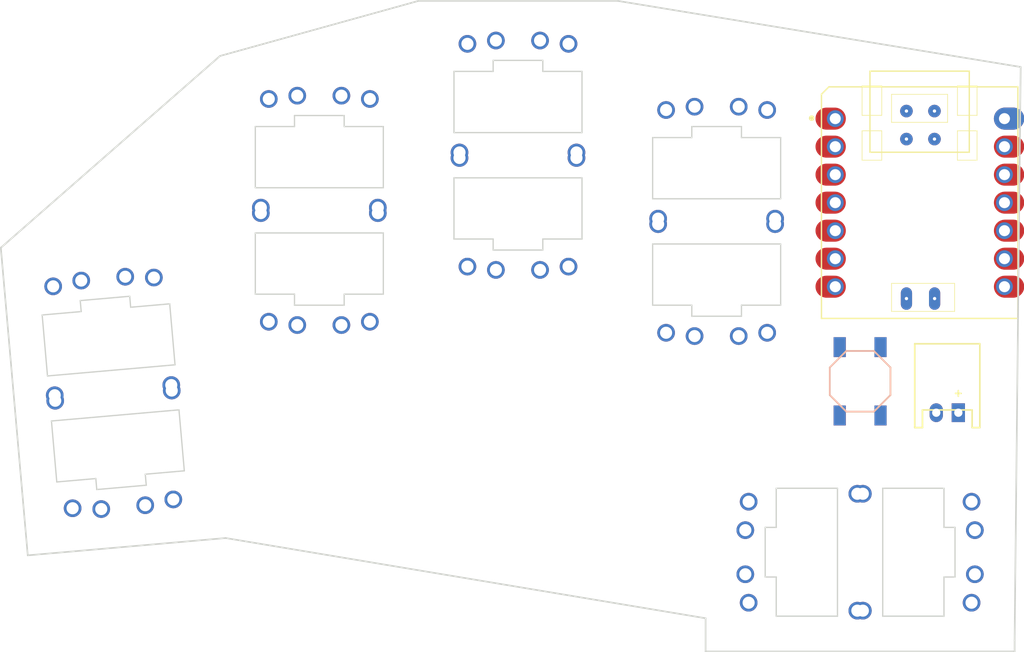
<source format=kicad_pcb>
(kicad_pcb (version 20171130) (host pcbnew 5.1.6)
  (title_block (title KEYBOARD_NAME_HERE) (rev VERSION_HERE) (company YOUR_NAME_HERE))
  (layers (0 F.Cu signal) (31 B.Cu signal) (34 B.Paste user) (35 F.Paste user) (36 B.SilkS user) (37 F.SilkS user) (38 B.Mask user) (39 F.Mask user) (44 Edge.Cuts user))
  (net 0 "")
  (net 1 "P1")
  (net 2 "GND")
  (net 3 "P2")
  (net 4 "P3")
  (net 5 "P4")
  (net 6 "P5")
  (net 7 "P6")
  (net 8 "P7")
  (net 9 "P8")
  (net 10 "P10")
  (net 11 "P9")
  (net 12 "VIN")
  (net 13 "SWDIO")
  (net 14 "SWDCLK")
  (net 15 "RST")
  (net 16 "P0")
  (net 17 "RAW3V3")
  (net 18 "RAW5V")
  (net 19 "RAW")
  (module lib:Kailh_PG1232 (layer F.Cu) (at 17.9315046 -1.5688034 5)
    (fp_text reference "S1" hide)
    (fp_text value Kailh_PG1232)
    (fp_line (start 2.25 2.6) (end 5.8 2.6) (layer Edge.Cuts) (width 0.12))
    (fp_line (start -2.25 2.6) (end -5.8 2.6) (layer Edge.Cuts) (width 0.12))
    (fp_line (start 2.25 3.6) (end 2.25 2.6) (layer Edge.Cuts) (width 0.12))
    (fp_line (start -2.25 3.6) (end 2.25 3.6) (layer Edge.Cuts) (width 0.12))
    (fp_line (start -2.25 2.6) (end -2.25 3.6) (layer Edge.Cuts) (width 0.12))
    (fp_line (start -5.8 2.6) (end -5.8 -2.95) (layer Edge.Cuts) (width 0.12))
    (fp_line (start 5.8 -2.95) (end 5.8 2.6) (layer Edge.Cuts) (width 0.12))
    (fp_line (start -5.8 -2.95) (end 5.8 -2.95) (layer Edge.Cuts) (width 0.12))
    (pad 3 thru_hole circle (at 5.3 -4.75) (size 1.6 1.6) (drill 1.1) (layers *.Cu *.Mask) (clearance 0.2))
    (pad 4 thru_hole circle (at -5.3 -4.75) (size 1.6 1.6) (drill 1.1) (layers *.Cu *.Mask) (clearance 0.2))
    (pad 1 thru_hole circle (at -4.58 5.1) (size 1.6 1.6) (drill 1.1) (layers *.Cu *.Mask) (net 1 "P1") (clearance 0.2))
    (pad 2 thru_hole circle (at 2 5.4) (size 1.6 1.6) (drill 1.1) (layers *.Cu *.Mask) (net 2 "GND") (clearance 0.2))
    (pad 1 thru_hole circle (at 4.58 5.1) (size 1.6 1.6) (drill 1.1) (layers *.Cu *.Mask) (net 1 "P1") (clearance 0.2))
    (pad 2 thru_hole circle (at -2 5.4) (size 1.6 1.6) (drill 1.1) (layers *.Cu *.Mask) (net 2 "GND") (clearance 0.2))
  )
  (module lib:Kailh_PG1232 (layer F.Cu) (at 17.0599471 -11.5307504 185)
    (fp_text reference "S2" hide)
    (fp_text value Kailh_PG1232)
    (fp_line (start 2.25 2.6) (end 5.8 2.6) (layer Edge.Cuts) (width 0.12))
    (fp_line (start -2.25 2.6) (end -5.8 2.6) (layer Edge.Cuts) (width 0.12))
    (fp_line (start 2.25 3.6) (end 2.25 2.6) (layer Edge.Cuts) (width 0.12))
    (fp_line (start -2.25 3.6) (end 2.25 3.6) (layer Edge.Cuts) (width 0.12))
    (fp_line (start -2.25 2.6) (end -2.25 3.6) (layer Edge.Cuts) (width 0.12))
    (fp_line (start -5.8 2.6) (end -5.8 -2.95) (layer Edge.Cuts) (width 0.12))
    (fp_line (start 5.8 -2.95) (end 5.8 2.6) (layer Edge.Cuts) (width 0.12))
    (fp_line (start -5.8 -2.95) (end 5.8 -2.95) (layer Edge.Cuts) (width 0.12))
    (pad 3 thru_hole circle (at 5.3 -4.75) (size 1.6 1.6) (drill 1.1) (layers *.Cu *.Mask) (clearance 0.2))
    (pad 4 thru_hole circle (at -5.3 -4.75) (size 1.6 1.6) (drill 1.1) (layers *.Cu *.Mask) (clearance 0.2))
    (pad 1 thru_hole circle (at -4.58 5.1) (size 1.6 1.6) (drill 1.1) (layers *.Cu *.Mask) (net 3 "P2") (clearance 0.2))
    (pad 2 thru_hole circle (at 2 5.4) (size 1.6 1.6) (drill 1.1) (layers *.Cu *.Mask) (net 2 "GND") (clearance 0.2))
    (pad 1 thru_hole circle (at 4.58 5.1) (size 1.6 1.6) (drill 1.1) (layers *.Cu *.Mask) (net 3 "P2") (clearance 0.2))
    (pad 2 thru_hole circle (at -2 5.4) (size 1.6 1.6) (drill 1.1) (layers *.Cu *.Mask) (net 2 "GND") (clearance 0.2))
  )
  (module lib:Kailh_PG1232 (layer F.Cu) (at 36.1701399 -18.1031537 0)
    (fp_text reference "S3" hide)
    (fp_text value Kailh_PG1232)
    (fp_line (start 2.25 2.6) (end 5.8 2.6) (layer Edge.Cuts) (width 0.12))
    (fp_line (start -2.25 2.6) (end -5.8 2.6) (layer Edge.Cuts) (width 0.12))
    (fp_line (start 2.25 3.6) (end 2.25 2.6) (layer Edge.Cuts) (width 0.12))
    (fp_line (start -2.25 3.6) (end 2.25 3.6) (layer Edge.Cuts) (width 0.12))
    (fp_line (start -2.25 2.6) (end -2.25 3.6) (layer Edge.Cuts) (width 0.12))
    (fp_line (start -5.8 2.6) (end -5.8 -2.95) (layer Edge.Cuts) (width 0.12))
    (fp_line (start 5.8 -2.95) (end 5.8 2.6) (layer Edge.Cuts) (width 0.12))
    (fp_line (start -5.8 -2.95) (end 5.8 -2.95) (layer Edge.Cuts) (width 0.12))
    (pad 3 thru_hole circle (at 5.3 -4.75) (size 1.6 1.6) (drill 1.1) (layers *.Cu *.Mask) (clearance 0.2))
    (pad 4 thru_hole circle (at -5.3 -4.75) (size 1.6 1.6) (drill 1.1) (layers *.Cu *.Mask) (clearance 0.2))
    (pad 1 thru_hole circle (at -4.58 5.1) (size 1.6 1.6) (drill 1.1) (layers *.Cu *.Mask) (net 4 "P3") (clearance 0.2))
    (pad 2 thru_hole circle (at 2 5.4) (size 1.6 1.6) (drill 1.1) (layers *.Cu *.Mask) (net 2 "GND") (clearance 0.2))
    (pad 1 thru_hole circle (at 4.58 5.1) (size 1.6 1.6) (drill 1.1) (layers *.Cu *.Mask) (net 4 "P3") (clearance 0.2))
    (pad 2 thru_hole circle (at -2 5.4) (size 1.6 1.6) (drill 1.1) (layers *.Cu *.Mask) (net 2 "GND") (clearance 0.2))
  )
  (module lib:Kailh_PG1232 (layer F.Cu) (at 36.17014 -28.1031537 180)
    (fp_text reference "S4" hide)
    (fp_text value Kailh_PG1232)
    (fp_line (start 2.25 2.6) (end 5.8 2.6) (layer Edge.Cuts) (width 0.12))
    (fp_line (start -2.25 2.6) (end -5.8 2.6) (layer Edge.Cuts) (width 0.12))
    (fp_line (start 2.25 3.6) (end 2.25 2.6) (layer Edge.Cuts) (width 0.12))
    (fp_line (start -2.25 3.6) (end 2.25 3.6) (layer Edge.Cuts) (width 0.12))
    (fp_line (start -2.25 2.6) (end -2.25 3.6) (layer Edge.Cuts) (width 0.12))
    (fp_line (start -5.8 2.6) (end -5.8 -2.95) (layer Edge.Cuts) (width 0.12))
    (fp_line (start 5.8 -2.95) (end 5.8 2.6) (layer Edge.Cuts) (width 0.12))
    (fp_line (start -5.8 -2.95) (end 5.8 -2.95) (layer Edge.Cuts) (width 0.12))
    (pad 3 thru_hole circle (at 5.3 -4.75) (size 1.6 1.6) (drill 1.1) (layers *.Cu *.Mask) (clearance 0.2))
    (pad 4 thru_hole circle (at -5.3 -4.75) (size 1.6 1.6) (drill 1.1) (layers *.Cu *.Mask) (clearance 0.2))
    (pad 1 thru_hole circle (at -4.58 5.1) (size 1.6 1.6) (drill 1.1) (layers *.Cu *.Mask) (net 5 "P4") (clearance 0.2))
    (pad 2 thru_hole circle (at 2 5.4) (size 1.6 1.6) (drill 1.1) (layers *.Cu *.Mask) (net 2 "GND") (clearance 0.2))
    (pad 1 thru_hole circle (at 4.58 5.1) (size 1.6 1.6) (drill 1.1) (layers *.Cu *.Mask) (net 5 "P4") (clearance 0.2))
    (pad 2 thru_hole circle (at -2 5.4) (size 1.6 1.6) (drill 1.1) (layers *.Cu *.Mask) (net 2 "GND") (clearance 0.2))
  )
  (module lib:Kailh_PG1232 (layer F.Cu) (at 54.17014 -23.1031538 0)
    (fp_text reference "S5" hide)
    (fp_text value Kailh_PG1232)
    (fp_line (start 2.25 2.6) (end 5.8 2.6) (layer Edge.Cuts) (width 0.12))
    (fp_line (start -2.25 2.6) (end -5.8 2.6) (layer Edge.Cuts) (width 0.12))
    (fp_line (start 2.25 3.6) (end 2.25 2.6) (layer Edge.Cuts) (width 0.12))
    (fp_line (start -2.25 3.6) (end 2.25 3.6) (layer Edge.Cuts) (width 0.12))
    (fp_line (start -2.25 2.6) (end -2.25 3.6) (layer Edge.Cuts) (width 0.12))
    (fp_line (start -5.8 2.6) (end -5.8 -2.95) (layer Edge.Cuts) (width 0.12))
    (fp_line (start 5.8 -2.95) (end 5.8 2.6) (layer Edge.Cuts) (width 0.12))
    (fp_line (start -5.8 -2.95) (end 5.8 -2.95) (layer Edge.Cuts) (width 0.12))
    (pad 3 thru_hole circle (at 5.3 -4.75) (size 1.6 1.6) (drill 1.1) (layers *.Cu *.Mask) (clearance 0.2))
    (pad 4 thru_hole circle (at -5.3 -4.75) (size 1.6 1.6) (drill 1.1) (layers *.Cu *.Mask) (clearance 0.2))
    (pad 1 thru_hole circle (at -4.58 5.1) (size 1.6 1.6) (drill 1.1) (layers *.Cu *.Mask) (net 6 "P5") (clearance 0.2))
    (pad 2 thru_hole circle (at 2 5.4) (size 1.6 1.6) (drill 1.1) (layers *.Cu *.Mask) (net 2 "GND") (clearance 0.2))
    (pad 1 thru_hole circle (at 4.58 5.1) (size 1.6 1.6) (drill 1.1) (layers *.Cu *.Mask) (net 6 "P5") (clearance 0.2))
    (pad 2 thru_hole circle (at -2 5.4) (size 1.6 1.6) (drill 1.1) (layers *.Cu *.Mask) (net 2 "GND") (clearance 0.2))
  )
  (module lib:Kailh_PG1232 (layer F.Cu) (at 54.17014 -33.1031537 180)
    (fp_text reference "S6" hide)
    (fp_text value Kailh_PG1232)
    (fp_line (start 2.25 2.6) (end 5.8 2.6) (layer Edge.Cuts) (width 0.12))
    (fp_line (start -2.25 2.6) (end -5.8 2.6) (layer Edge.Cuts) (width 0.12))
    (fp_line (start 2.25 3.6) (end 2.25 2.6) (layer Edge.Cuts) (width 0.12))
    (fp_line (start -2.25 3.6) (end 2.25 3.6) (layer Edge.Cuts) (width 0.12))
    (fp_line (start -2.25 2.6) (end -2.25 3.6) (layer Edge.Cuts) (width 0.12))
    (fp_line (start -5.8 2.6) (end -5.8 -2.95) (layer Edge.Cuts) (width 0.12))
    (fp_line (start 5.8 -2.95) (end 5.8 2.6) (layer Edge.Cuts) (width 0.12))
    (fp_line (start -5.8 -2.95) (end 5.8 -2.95) (layer Edge.Cuts) (width 0.12))
    (pad 3 thru_hole circle (at 5.3 -4.75) (size 1.6 1.6) (drill 1.1) (layers *.Cu *.Mask) (clearance 0.2))
    (pad 4 thru_hole circle (at -5.3 -4.75) (size 1.6 1.6) (drill 1.1) (layers *.Cu *.Mask) (clearance 0.2))
    (pad 1 thru_hole circle (at -4.58 5.1) (size 1.6 1.6) (drill 1.1) (layers *.Cu *.Mask) (net 7 "P6") (clearance 0.2))
    (pad 2 thru_hole circle (at 2 5.4) (size 1.6 1.6) (drill 1.1) (layers *.Cu *.Mask) (net 2 "GND") (clearance 0.2))
    (pad 1 thru_hole circle (at 4.58 5.1) (size 1.6 1.6) (drill 1.1) (layers *.Cu *.Mask) (net 7 "P6") (clearance 0.2))
    (pad 2 thru_hole circle (at -2 5.4) (size 1.6 1.6) (drill 1.1) (layers *.Cu *.Mask) (net 2 "GND") (clearance 0.2))
  )
  (module lib:Kailh_PG1232 (layer F.Cu) (at 72.17014 -17.1031537 0)
    (fp_text reference "S7" hide)
    (fp_text value Kailh_PG1232)
    (fp_line (start 2.25 2.6) (end 5.8 2.6) (layer Edge.Cuts) (width 0.12))
    (fp_line (start -2.25 2.6) (end -5.8 2.6) (layer Edge.Cuts) (width 0.12))
    (fp_line (start 2.25 3.6) (end 2.25 2.6) (layer Edge.Cuts) (width 0.12))
    (fp_line (start -2.25 3.6) (end 2.25 3.6) (layer Edge.Cuts) (width 0.12))
    (fp_line (start -2.25 2.6) (end -2.25 3.6) (layer Edge.Cuts) (width 0.12))
    (fp_line (start -5.8 2.6) (end -5.8 -2.95) (layer Edge.Cuts) (width 0.12))
    (fp_line (start 5.8 -2.95) (end 5.8 2.6) (layer Edge.Cuts) (width 0.12))
    (fp_line (start -5.8 -2.95) (end 5.8 -2.95) (layer Edge.Cuts) (width 0.12))
    (pad 3 thru_hole circle (at 5.3 -4.75) (size 1.6 1.6) (drill 1.1) (layers *.Cu *.Mask) (clearance 0.2))
    (pad 4 thru_hole circle (at -5.3 -4.75) (size 1.6 1.6) (drill 1.1) (layers *.Cu *.Mask) (clearance 0.2))
    (pad 1 thru_hole circle (at -4.58 5.1) (size 1.6 1.6) (drill 1.1) (layers *.Cu *.Mask) (net 8 "P7") (clearance 0.2))
    (pad 2 thru_hole circle (at 2 5.4) (size 1.6 1.6) (drill 1.1) (layers *.Cu *.Mask) (net 2 "GND") (clearance 0.2))
    (pad 1 thru_hole circle (at 4.58 5.1) (size 1.6 1.6) (drill 1.1) (layers *.Cu *.Mask) (net 8 "P7") (clearance 0.2))
    (pad 2 thru_hole circle (at -2 5.4) (size 1.6 1.6) (drill 1.1) (layers *.Cu *.Mask) (net 2 "GND") (clearance 0.2))
  )
  (module lib:Kailh_PG1232 (layer F.Cu) (at 72.17014 -27.1031537 180)
    (fp_text reference "S8" hide)
    (fp_text value Kailh_PG1232)
    (fp_line (start 2.25 2.6) (end 5.8 2.6) (layer Edge.Cuts) (width 0.12))
    (fp_line (start -2.25 2.6) (end -5.8 2.6) (layer Edge.Cuts) (width 0.12))
    (fp_line (start 2.25 3.6) (end 2.25 2.6) (layer Edge.Cuts) (width 0.12))
    (fp_line (start -2.25 3.6) (end 2.25 3.6) (layer Edge.Cuts) (width 0.12))
    (fp_line (start -2.25 2.6) (end -2.25 3.6) (layer Edge.Cuts) (width 0.12))
    (fp_line (start -5.8 2.6) (end -5.8 -2.95) (layer Edge.Cuts) (width 0.12))
    (fp_line (start 5.8 -2.95) (end 5.8 2.6) (layer Edge.Cuts) (width 0.12))
    (fp_line (start -5.8 -2.95) (end 5.8 -2.95) (layer Edge.Cuts) (width 0.12))
    (pad 3 thru_hole circle (at 5.3 -4.75) (size 1.6 1.6) (drill 1.1) (layers *.Cu *.Mask) (clearance 0.2))
    (pad 4 thru_hole circle (at -5.3 -4.75) (size 1.6 1.6) (drill 1.1) (layers *.Cu *.Mask) (clearance 0.2))
    (pad 1 thru_hole circle (at -4.58 5.1) (size 1.6 1.6) (drill 1.1) (layers *.Cu *.Mask) (net 9 "P8") (clearance 0.2))
    (pad 2 thru_hole circle (at 2 5.4) (size 1.6 1.6) (drill 1.1) (layers *.Cu *.Mask) (net 2 "GND") (clearance 0.2))
    (pad 1 thru_hole circle (at 4.58 5.1) (size 1.6 1.6) (drill 1.1) (layers *.Cu *.Mask) (net 9 "P8") (clearance 0.2))
    (pad 2 thru_hole circle (at -2 5.4) (size 1.6 1.6) (drill 1.1) (layers *.Cu *.Mask) (net 2 "GND") (clearance 0.2))
  )
  (module lib:Kailh_PG1232 (layer F.Cu) (at 80.17014 7.8968463 -90)
    (fp_text reference "S9" hide)
    (fp_text value Kailh_PG1232)
    (fp_line (start 2.25 2.6) (end 5.8 2.6) (layer Edge.Cuts) (width 0.12))
    (fp_line (start -2.25 2.6) (end -5.8 2.6) (layer Edge.Cuts) (width 0.12))
    (fp_line (start 2.25 3.6) (end 2.25 2.6) (layer Edge.Cuts) (width 0.12))
    (fp_line (start -2.25 3.6) (end 2.25 3.6) (layer Edge.Cuts) (width 0.12))
    (fp_line (start -2.25 2.6) (end -2.25 3.6) (layer Edge.Cuts) (width 0.12))
    (fp_line (start -5.8 2.6) (end -5.8 -2.95) (layer Edge.Cuts) (width 0.12))
    (fp_line (start 5.8 -2.95) (end 5.8 2.6) (layer Edge.Cuts) (width 0.12))
    (fp_line (start -5.8 -2.95) (end 5.8 -2.95) (layer Edge.Cuts) (width 0.12))
    (pad 3 thru_hole circle (at 5.3 -4.75) (size 1.6 1.6) (drill 1.1) (layers *.Cu *.Mask) (clearance 0.2))
    (pad 4 thru_hole circle (at -5.3 -4.75) (size 1.6 1.6) (drill 1.1) (layers *.Cu *.Mask) (clearance 0.2))
    (pad 1 thru_hole circle (at -4.58 5.1) (size 1.6 1.6) (drill 1.1) (layers *.Cu *.Mask) (net 10 "P10") (clearance 0.2))
    (pad 2 thru_hole circle (at 2 5.4) (size 1.6 1.6) (drill 1.1) (layers *.Cu *.Mask) (net 2 "GND") (clearance 0.2))
    (pad 1 thru_hole circle (at 4.58 5.1) (size 1.6 1.6) (drill 1.1) (layers *.Cu *.Mask) (net 10 "P10") (clearance 0.2))
    (pad 2 thru_hole circle (at -2 5.4) (size 1.6 1.6) (drill 1.1) (layers *.Cu *.Mask) (net 2 "GND") (clearance 0.2))
  )
  (module lib:Kailh_PG1232 (layer F.Cu) (at 90.17014 7.8968463 90)
    (fp_text reference "S10" hide)
    (fp_text value Kailh_PG1232)
    (fp_line (start 2.25 2.6) (end 5.8 2.6) (layer Edge.Cuts) (width 0.12))
    (fp_line (start -2.25 2.6) (end -5.8 2.6) (layer Edge.Cuts) (width 0.12))
    (fp_line (start 2.25 3.6) (end 2.25 2.6) (layer Edge.Cuts) (width 0.12))
    (fp_line (start -2.25 3.6) (end 2.25 3.6) (layer Edge.Cuts) (width 0.12))
    (fp_line (start -2.25 2.6) (end -2.25 3.6) (layer Edge.Cuts) (width 0.12))
    (fp_line (start -5.8 2.6) (end -5.8 -2.95) (layer Edge.Cuts) (width 0.12))
    (fp_line (start 5.8 -2.95) (end 5.8 2.6) (layer Edge.Cuts) (width 0.12))
    (fp_line (start -5.8 -2.95) (end 5.8 -2.95) (layer Edge.Cuts) (width 0.12))
    (pad 3 thru_hole circle (at 5.3 -4.75) (size 1.6 1.6) (drill 1.1) (layers *.Cu *.Mask) (clearance 0.2))
    (pad 4 thru_hole circle (at -5.3 -4.75) (size 1.6 1.6) (drill 1.1) (layers *.Cu *.Mask) (clearance 0.2))
    (pad 1 thru_hole circle (at -4.58 5.1) (size 1.6 1.6) (drill 1.1) (layers *.Cu *.Mask) (net 11 "P9") (clearance 0.2))
    (pad 2 thru_hole circle (at 2 5.4) (size 1.6 1.6) (drill 1.1) (layers *.Cu *.Mask) (net 2 "GND") (clearance 0.2))
    (pad 1 thru_hole circle (at 4.58 5.1) (size 1.6 1.6) (drill 1.1) (layers *.Cu *.Mask) (net 11 "P9") (clearance 0.2))
    (pad 2 thru_hole circle (at -2 5.4) (size 1.6 1.6) (drill 1.1) (layers *.Cu *.Mask) (net 2 "GND") (clearance 0.2))
  )
  (footprint "Seeeduino XIAO-MOUDLE14P-2.54-21X17.8MM tht maybe" (layer "F.Cu") (at 81.67014 -13.3031537 0)
    (pad "1" smd oval (at 0.83312 -18.11782 0) (size 2.74828 1.99898) (layers "F.Cu" "F.Paste" "F.Mask") (net 16 "P0"))
    (pad "1" thru_hole circle (at 1.25 -18.11782) (size 1.524 1.524) (drill 1) (layers *.Cu *.Mask) (net 16 "P0"))
    (pad "2" thru_hole circle (at 1.25 -15.57782) (size 1.524 1.524) (drill 1) (layers *.Cu *.Mask) (net 1 "P1"))
    (pad "2" smd oval (at 0.83312 -15.57782 0) (size 2.74828 1.99898) (layers "F.Cu" "F.Paste" "F.Mask") (net 1 "P1"))
    (pad "3" smd oval (at 0.83312 -13.03782 0) (size 2.74828 1.99898) (layers "F.Cu" "F.Paste" "F.Mask") (net 3 "P2"))
    (pad "3" thru_hole circle (at 1.25 -13.03782) (size 1.524 1.524) (drill 1) (layers *.Cu *.Mask) (net 3 "P2"))
    (pad "4" smd oval (at 0.83312 -10.49782 0) (size 2.74828 1.99898) (layers "F.Cu" "F.Paste" "F.Mask") (net 4 "P3"))
    (pad "4" thru_hole circle (at 1.25 -10.49782) (size 1.524 1.524) (drill 1) (layers *.Cu *.Mask) (net 4 "P3"))
    (pad "5" thru_hole circle (at 1.25 -7.95782) (size 1.524 1.524) (drill 1) (layers *.Cu *.Mask) (net 5 "P4"))
    (pad "5" smd oval (at 0.83312 -7.95782 0) (size 2.74828 1.99898) (layers "F.Cu" "F.Paste" "F.Mask") (net 5 "P4"))
    (pad "6" smd oval (at 0.83312 -5.41782 0) (size 2.74828 1.99898) (layers "F.Cu" "F.Paste" "F.Mask") (net 6 "P5"))
    (pad "6" thru_hole circle (at 1.25 -5.41782) (size 1.524 1.524) (drill 1) (layers *.Cu *.Mask) (net 6 "P5"))
    (pad "7" thru_hole circle (at 1.25 -2.87782) (size 1.524 1.524) (drill 1) (layers *.Cu *.Mask) (net 7 "P6"))
    (pad "7" smd oval (at 0.83312 -2.87782 0) (size 2.74828 1.99898) (layers "F.Cu" "F.Paste" "F.Mask") (net 7 "P6"))
    (pad "8" thru_hole circle (at 16.581 -2.87782) (size 1.524 1.524) (drill 1) (layers *.Cu *.Mask) (net 8 "P7"))
    (pad "8" smd oval (at 16.99768 -2.87782 0) (size 2.74828 1.99898) (layers "F.Cu" "F.Paste" "F.Mask") (net 8 "P7"))
    (pad "9" smd oval (at 16.99768 -5.41782 0) (size 2.74828 1.99898) (layers "F.Cu" "F.Paste" "F.Mask") (net 9 "P8"))
    (pad "9" thru_hole circle (at 16.581 -5.41782) (size 1.524 1.524) (drill 1) (layers *.Cu *.Mask) (net 9 "P8"))
    (pad "10" smd oval (at 16.99768 -7.95782 0) (size 2.74828 1.99898) (layers "F.Cu" "F.Paste" "F.Mask") (net 11 "P9"))
    (pad "10" thru_hole circle (at 16.581 -7.95782) (size 1.524 1.524) (drill 1) (layers *.Cu *.Mask) (net 11 "P9"))
    (pad "11" thru_hole circle (at 16.581 -10.49782) (size 1.524 1.524) (drill 1) (layers *.Cu *.Mask) (net 10 "P10"))
    (pad "11" smd oval (at 16.99768 -10.49782 0) (size 2.74828 1.99898) (layers "F.Cu" "F.Paste" "F.Mask") (net 10 "P10"))
    (pad "12" smd oval (at 16.99768 -13.03782 0) (size 2.74828 1.99898) (layers "F.Cu" "F.Paste" "F.Mask") (net 17 "RAW3V3"))
    (pad "12" thru_hole circle (at 16.581 -13.03782) (size 1.524 1.524) (drill 1) (layers *.Cu *.Mask) (net 17 "RAW3V3"))
    (pad "13" smd oval (at 16.99768 -15.57782 0) (size 2.74828 1.99898) (layers "F.Cu" "F.Paste" "F.Mask") (net 2 "GND"))
    (pad "13" thru_hole circle (at 16.581 -15.57782) (size 1.524 1.524) (drill 1) (layers *.Cu *.Mask) (net 2 "GND"))
    (pad "14" thru_hole circle (at 16.581 -18.11782) (size 1.524 1.524) (drill 1) (layers *.Cu *.Mask) (net 18 "RAW5V"))
    (pad "14" thru_hole oval (at 16.99768 -18.11782 0) (size 2.74828 1.99898) (layers "F.Cu" "F.Paste" "F.Mask") (net 18 "RAW5V"))
    (pad "15" thru_hole oval (at 7.7 -1.8 90) (size 2.032 1.016) (drill 0.3) (layers *.Cu *.Paste *.Mask) (net 12 "VIN"))
    (pad "16" thru_hole oval (at 10.25 -1.8 90) (size 2.032 1.016) (drill 0.3) (layers *.Cu *.Paste *.Mask) (net 2 "GND"))
    (pad "17" thru_hole circle (at 7.698803 -18.804187) (size 1.143 1.143) (drill 0.3) (layers *.Cu *.Paste *.Mask) (net 13 "SWDIO"))
    (pad "18" thru_hole circle (at 10.238803 -18.804187) (size 1.143 1.143) (drill 0.3) (layers *.Cu *.Paste *.Mask) (net 14 "SWDCLK"))
    (pad "19" thru_hole circle (at 7.698803 -16.264187) (size 1.143 1.143) (drill 0.3) (layers *.Cu *.Paste *.Mask) (net 15 "RST"))
    (pad "20" thru_hole circle (at 10.238803 -16.264187) (size 1.143 1.143) (drill 0.3) (layers *.Cu *.Paste *.Mask) (net 2 "GND"))
    (fp_line (start 13.39342 -22.42312) (end 13.39342 -15.06982) (layer "F.SilkS") (width 0.127))
    (fp_line (start 5.461 -18.415) (end 5.461 -21.082) (layer "F.SilkS") (width 0.06604))
    (fp_line (start 4.3942 -15.06982) (end 4.3942 -22.42312) (layer "F.SilkS") (width 0.127))
    (fp_line (start 11.43 -17.78) (end 11.43 -20.32) (layer "F.SilkS") (width 0.06604))
    (fp_line (start 14.097 -18.415) (end 14.097 -21.082) (layer "F.SilkS") (width 0.06604))
    (fp_line (start 3.683 -18.415) (end 3.683 -21.082) (layer "F.SilkS") (width 0.06604))
    (fp_line (start 12.319 -14.34846) (end 12.319 -17.018) (layer "F.SilkS") (width 0.06604))
    (fp_line (start 3.683 -21.082) (end 5.461 -21.082) (layer "F.SilkS") (width 0.06604))
    (fp_line (start 6.35 -3.175) (end 12.065 -3.175) (layer "F.SilkS") (width 0.06604))
    (fp_line (start 12.319 -14.34846) (end 14.097 -14.34846) (layer "F.SilkS") (width 0.06604))
    (fp_line (start 12.319 -18.415) (end 14.097 -18.415) (layer "F.SilkS") (width 0.06604))
    (fp_line (start 12.319 -18.415) (end 12.319 -21.082) (layer "F.SilkS") (width 0.06604))
    (fp_line (start 3.683 -17.018) (end 5.461 -17.018) (layer "F.SilkS") (width 0.06604))
    (fp_line (start 14.097 -14.34846) (end 14.097 -17.018) (layer "F.SilkS") (width 0.06604))
    (fp_line (start 13.39342 -15.06982) (end 4.3942 -15.06982) (layer "F.SilkS") (width 0.127))
    (fp_line (start 5.461 -14.34846) (end 5.461 -17.018) (layer "F.SilkS") (width 0.06604))
    (fp_line (start 6.35 -20.32) (end 11.43 -20.32) (layer "F.SilkS") (width 0.06604))
    (fp_line (start 6.35 -17.78) (end 6.35 -20.32) (layer "F.SilkS") (width 0.06604))
    (fp_line (start 6.35 -0.635) (end 6.35 -3.175) (layer "F.SilkS") (width 0.06604))
    (fp_line (start 0 0) (end 17.79778 0) (layer "F.SilkS") (width 0.127))
    (fp_line (start 12.319 -21.082) (end 14.097 -21.082) (layer "F.SilkS") (width 0.06604))
    (fp_line (start 3.683 -18.415) (end 5.461 -18.415) (layer "F.SilkS") (width 0.06604))
    (fp_line (start 3.683 -14.34846) (end 5.461 -14.34846) (layer "F.SilkS") (width 0.06604))
    (fp_line (start 12.065 -0.635) (end 12.065 -3.175) (layer "F.SilkS") (width 0.06604))
    (fp_line (start 6.35 -17.78) (end 11.43 -17.78) (layer "F.SilkS") (width 0.06604))
    (fp_line (start 17.79778 0) (end 17.79778 -20.99818) (layer "F.SilkS") (width 0.127))
    (fp_line (start 0 -20.32762) (end 0 0) (layer "F.SilkS") (width 0.127))
    (fp_line (start 3.683 -14.34846) (end 3.683 -17.018) (layer "F.SilkS") (width 0.06604))
    (fp_line (start 0.67056 -20.99818) (end 0 -20.32762) (layer "F.SilkS") (width 0.127))
    (fp_line (start 6.35 -0.635) (end 12.065 -0.635) (layer "F.SilkS") (width 0.06604))
    (fp_line (start 17.79778 -20.99818) (end 0.67056 -20.99818) (layer "F.SilkS") (width 0.127))
    (fp_line (start 4.39928 -22.42312) (end 13.39342 -22.42312) (layer "F.SilkS") (width 0.127))
    (fp_line (start 12.319 -17.018) (end 14.097 -17.018) (layer "F.SilkS") (width 0.06604))
    (fp_circle (center -0.889 -18.161) (end -0.889 -18.415) (layer "F.SilkS") (width 0) (fill solid))
  )
  (module JST_PH_S2B-PH-K_02x2.00mm_Angled (layer F.Cu) (at 93.07014000000001 -4.7531537 180)
    (fp_text reference "JST1" hide)
    (fp_text value "" hide)
    (fp_line (start -2.25 0.25) (end -2.25 -1.35) (layer F.SilkS) (width 0.15))
    (fp_line (start -2.25 -1.35) (end -2.95 -1.35) (layer F.SilkS) (width 0.15))
    (fp_line (start -2.95 -1.35) (end -2.95 6.25) (layer F.SilkS) (width 0.15))
    (fp_line (start -2.95 6.25) (end 2.95 6.25) (layer F.SilkS) (width 0.15))
    (fp_line (start 2.95 6.25) (end 2.95 -1.35) (layer F.SilkS) (width 0.15))
    (fp_line (start 2.95 -1.35) (end 2.25 -1.35) (layer F.SilkS) (width 0.15))
    (fp_line (start 2.25 -1.35) (end 2.25 0.25) (layer F.SilkS) (width 0.15))
    (fp_line (start 2.25 0.25) (end -2.25 0.25) (layer F.SilkS) (width 0.15))
    (fp_line (start -1 1.5) (end -1 2.0) (layer F.SilkS) (width 0.15))
    (fp_line (start -1.25 1.75) (end -0.75 1.75) (layer F.SilkS) (width 0.15))
    (pad 1 thru_hole rect (at -1 0 180) (size 1.2 1.7) (drill 0.75) (layers *.Cu *.Mask) (net 19 "RAW"))
    (pad 2 thru_hole oval (at 1 0 180) (size 1.2 1.7) (drill 0.75) (layers *.Cu *.Mask) (net 2 "GND"))
  )
  (module E73:SW_TACT_ALPS_SKQGABE010 (layer F.Cu) (at 85.17014 -7.6031537 90)
    (fp_text reference "B1" hide)
    (fp_text value "" hide)
    (fp_line (start 2.75 1.25) (end 1.25 2.75) (layer F.SilkS) (width 0.15))
    (fp_line (start 2.75 -1.25) (end 1.25 -2.75) (layer F.SilkS) (width 0.15))
    (fp_line (start 2.75 -1.25) (end 2.75 1.25) (layer F.SilkS) (width 0.15))
    (fp_line (start -1.25 2.75) (end 1.25 2.75) (layer F.SilkS) (width 0.15))
    (fp_line (start -1.25 -2.75) (end 1.25 -2.75) (layer F.SilkS) (width 0.15))
    (fp_line (start -2.75 1.25) (end -1.25 2.75) (layer F.SilkS) (width 0.15))
    (fp_line (start -2.75 -1.25) (end -1.25 -2.75) (layer F.SilkS) (width 0.15))
    (fp_line (start -2.75 -1.25) (end -2.75 1.25) (layer F.SilkS) (width 0.15))
    (pad 1 smd rect (at -3.1 -1.85 90) (size 1.8 1.1) (layers F.Cu F.Paste F.Mask) (net 15 "RST"))
    (pad 1 smd rect (at 3.1 -1.85 90) (size 1.8 1.1) (layers F.Cu F.Paste F.Mask) (net 15 "RST"))
    (pad 2 smd rect (at -3.1 1.85 90) (size 1.8 1.1) (layers F.Cu F.Paste F.Mask) (net 2 "GND"))
    (pad 2 smd rect (at 3.1 1.85 90) (size 1.8 1.1) (layers F.Cu F.Paste F.Mask) (net 2 "GND"))
  )
  (module E73:SW_TACT_ALPS_SKQGABE010 (layer F.Cu) (at 85.17014 -7.6031537 90)
    (fp_text reference "B2" hide)
    (fp_text value "" hide)
    (fp_line (start 2.75 1.25) (end 1.25 2.75) (layer B.SilkS) (width 0.15))
    (fp_line (start 2.75 -1.25) (end 1.25 -2.75) (layer B.SilkS) (width 0.15))
    (fp_line (start 2.75 -1.25) (end 2.75 1.25) (layer B.SilkS) (width 0.15))
    (fp_line (start -1.25 2.75) (end 1.25 2.75) (layer B.SilkS) (width 0.15))
    (fp_line (start -1.25 -2.75) (end 1.25 -2.75) (layer B.SilkS) (width 0.15))
    (fp_line (start -2.75 1.25) (end -1.25 2.75) (layer B.SilkS) (width 0.15))
    (fp_line (start -2.75 -1.25) (end -1.25 -2.75) (layer B.SilkS) (width 0.15))
    (fp_line (start -2.75 -1.25) (end -2.75 1.25) (layer B.SilkS) (width 0.15))
    (pad 1 smd rect (at -3.1 -1.85 90) (size 1.8 1.1) (layers B.Cu B.Paste B.Mask) (net 15 "RST"))
    (pad 1 smd rect (at 3.1 -1.85 90) (size 1.8 1.1) (layers B.Cu B.Paste B.Mask) (net 15 "RST"))
    (pad 2 smd rect (at -3.1 1.85 90) (size 1.8 1.1) (layers B.Cu B.Paste B.Mask) (net 2 "GND"))
    (pad 2 smd rect (at 3.1 1.85 90) (size 1.8 1.1) (layers B.Cu B.Paste B.Mask) (net 2 "GND"))
  )
  (gr_line (start 9.750154 8.1813506) (end 27.681658600000002 6.6125472) (angle 90) (layer Edge.Cuts) (width 0.15))
  (gr_line (start 7.3097930999999985 -19.712101000000004) (end 9.750154 8.1813506) (angle 90) (layer Edge.Cuts) (width 0.15))
  (gr_line (start 63.17014 -42.1031537) (end 45.17014 -42.1031537) (angle 90) (layer Edge.Cuts) (width 0.15))
  (gr_line (start 71.17014 13.886243670285356) (end 71.17014 16.8968463) (angle 90) (layer Edge.Cuts) (width 0.15))
  (gr_line (start 71.17014 16.8968463) (end 99.17014 16.8968463) (angle 90) (layer Edge.Cuts) (width 0.15))
  (gr_line (start 99.17014 16.8968463) (end 99.17014 15.8968463) (angle 90) (layer Edge.Cuts) (width 0.15))
  (gr_line (start 71.17014 13.886243670285356) (end 27.6816586 6.6125472) (angle 90) (layer Edge.Cuts) (width 0.15))
  (gr_line (start 7.3097930999999985 -19.712101) (end 27.170140000000004 -37.1031537) (angle 90) (layer Edge.Cuts) (width 0.15))
  (gr_line (start 27.170140000000004 -37.1031537) (end 45.17014 -42.1031537) (angle 90) (layer Edge.Cuts) (width 0.15))
  (gr_line (start 63.17014 -42.1031537) (end 99.72014 -36.1031537) (angle 90) (layer Edge.Cuts) (width 0.15))
  (gr_line (start 99.72014 -36.1031537) (end 99.17014 15.8968463) (angle 90) (layer Edge.Cuts) (width 0.15))
)
</source>
